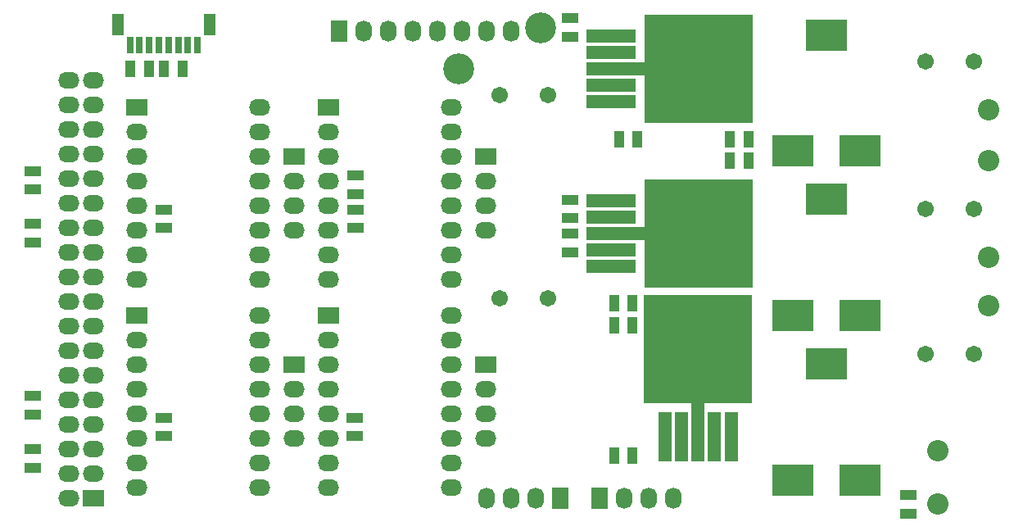
<source format=gts>
G04 Layer_Color=8388736*
%FSLAX44Y44*%
%MOMM*%
G71*
G01*
G75*
%ADD45R,1.8032X1.0032*%
%ADD46R,4.2032X3.2032*%
%ADD47R,1.0032X1.8032*%
%ADD48R,11.2032X11.2032*%
%ADD49R,1.4032X5.2032*%
%ADD50R,1.4032X8.2032*%
%ADD51R,11.2032X11.2032*%
%ADD52R,5.2032X1.4032*%
%ADD53R,8.2032X1.4032*%
%ADD54R,1.2032X2.2032*%
%ADD55R,0.8032X1.8032*%
%ADD56C,2.2032*%
%ADD57C,3.2032*%
%ADD58C,1.7032*%
%ADD59R,2.2032X1.7032*%
%ADD60O,2.2032X1.7032*%
%ADD61R,1.7032X2.2032*%
%ADD62O,1.7032X2.2032*%
D45*
X598000Y590500D02*
D03*
Y609500D02*
D03*
X1170000Y279500D02*
D03*
Y260500D02*
D03*
X265000Y614500D02*
D03*
Y595500D02*
D03*
Y559500D02*
D03*
Y540500D02*
D03*
Y327000D02*
D03*
Y308000D02*
D03*
Y382000D02*
D03*
Y363000D02*
D03*
X598000Y555500D02*
D03*
Y574500D02*
D03*
X820000Y549500D02*
D03*
Y530500D02*
D03*
Y584500D02*
D03*
Y565500D02*
D03*
Y772000D02*
D03*
Y753000D02*
D03*
X400000Y340500D02*
D03*
Y359500D02*
D03*
Y555500D02*
D03*
Y574500D02*
D03*
X597500Y340500D02*
D03*
Y359500D02*
D03*
D46*
X1120000Y295000D02*
D03*
X1050000D02*
D03*
X1085000Y415000D02*
D03*
Y585000D02*
D03*
X1050000Y465000D02*
D03*
X1120000D02*
D03*
Y635000D02*
D03*
X1050000D02*
D03*
X1085000Y755000D02*
D03*
D47*
X884500Y320000D02*
D03*
X865500D02*
D03*
X985500Y625000D02*
D03*
X1004500D02*
D03*
X985500Y647500D02*
D03*
X1004500D02*
D03*
X865500Y477500D02*
D03*
X884500D02*
D03*
X865500Y455000D02*
D03*
X884500D02*
D03*
X889500Y647500D02*
D03*
X870500D02*
D03*
X400500Y720000D02*
D03*
X419500D02*
D03*
X384500D02*
D03*
X365500D02*
D03*
D48*
X952500Y430250D02*
D03*
D49*
X986500Y339750D02*
D03*
X969500D02*
D03*
X935500D02*
D03*
X918500D02*
D03*
D50*
X952500Y354750D02*
D03*
D51*
X952750Y550000D02*
D03*
Y720000D02*
D03*
D52*
X862250Y516000D02*
D03*
Y533000D02*
D03*
Y567000D02*
D03*
Y584000D02*
D03*
Y686000D02*
D03*
Y703000D02*
D03*
Y737000D02*
D03*
Y754000D02*
D03*
D53*
X877250Y550000D02*
D03*
Y720000D02*
D03*
D54*
X447500Y765750D02*
D03*
X352500D02*
D03*
D55*
X435000Y744250D02*
D03*
X425000D02*
D03*
X415000D02*
D03*
X405000D02*
D03*
X395000D02*
D03*
X385000D02*
D03*
X375000D02*
D03*
X365000D02*
D03*
D56*
X1200000Y270000D02*
D03*
Y325000D02*
D03*
X1252500Y475000D02*
D03*
Y525000D02*
D03*
Y625000D02*
D03*
Y677500D02*
D03*
D57*
X790000Y762500D02*
D03*
X705000Y720000D02*
D03*
D58*
X1187500Y425000D02*
D03*
X1237500D02*
D03*
X1187500Y575000D02*
D03*
X1237500D02*
D03*
X1187500Y727500D02*
D03*
X1237500D02*
D03*
X797500Y482500D02*
D03*
X747500D02*
D03*
X797500Y692500D02*
D03*
X747500D02*
D03*
D59*
X535000Y414100D02*
D03*
X733000D02*
D03*
X535000Y629100D02*
D03*
X733000D02*
D03*
X570000Y465000D02*
D03*
Y680000D02*
D03*
X372500Y465000D02*
D03*
Y680000D02*
D03*
X327000Y276000D02*
D03*
D60*
X535000Y388700D02*
D03*
Y363300D02*
D03*
Y337900D02*
D03*
X733000Y388700D02*
D03*
Y363300D02*
D03*
Y337900D02*
D03*
X535000Y603700D02*
D03*
Y578300D02*
D03*
Y552900D02*
D03*
X733000Y603700D02*
D03*
Y578300D02*
D03*
Y552900D02*
D03*
X570000Y287200D02*
D03*
Y312600D02*
D03*
Y439600D02*
D03*
Y414200D02*
D03*
Y388800D02*
D03*
Y363400D02*
D03*
Y338000D02*
D03*
X697000D02*
D03*
Y363400D02*
D03*
Y388800D02*
D03*
Y414200D02*
D03*
Y439600D02*
D03*
Y465000D02*
D03*
Y312600D02*
D03*
Y287200D02*
D03*
Y502200D02*
D03*
Y527600D02*
D03*
Y680000D02*
D03*
Y654600D02*
D03*
Y629200D02*
D03*
Y603800D02*
D03*
Y578400D02*
D03*
Y553000D02*
D03*
X570000D02*
D03*
Y578400D02*
D03*
Y603800D02*
D03*
Y629200D02*
D03*
Y654600D02*
D03*
Y527600D02*
D03*
Y502200D02*
D03*
X499500Y287200D02*
D03*
Y312600D02*
D03*
Y465000D02*
D03*
Y439600D02*
D03*
Y414200D02*
D03*
Y388800D02*
D03*
Y363400D02*
D03*
Y338000D02*
D03*
X372500D02*
D03*
Y363400D02*
D03*
Y388800D02*
D03*
Y414200D02*
D03*
Y439600D02*
D03*
Y312600D02*
D03*
Y287200D02*
D03*
Y502200D02*
D03*
Y527600D02*
D03*
Y654600D02*
D03*
Y629200D02*
D03*
Y603800D02*
D03*
Y578400D02*
D03*
Y553000D02*
D03*
X499500D02*
D03*
Y578400D02*
D03*
Y603800D02*
D03*
Y629200D02*
D03*
Y654600D02*
D03*
Y680000D02*
D03*
Y527600D02*
D03*
Y502200D02*
D03*
X301600Y707800D02*
D03*
Y682400D02*
D03*
Y657000D02*
D03*
Y631600D02*
D03*
Y606200D02*
D03*
Y580800D02*
D03*
Y555400D02*
D03*
Y530000D02*
D03*
Y504600D02*
D03*
Y479200D02*
D03*
Y453800D02*
D03*
Y428400D02*
D03*
Y403000D02*
D03*
Y377600D02*
D03*
Y352200D02*
D03*
Y326800D02*
D03*
Y301400D02*
D03*
Y276000D02*
D03*
X327000Y707800D02*
D03*
Y682400D02*
D03*
Y657000D02*
D03*
Y631600D02*
D03*
Y606200D02*
D03*
Y580800D02*
D03*
Y555400D02*
D03*
Y530000D02*
D03*
Y504600D02*
D03*
Y479200D02*
D03*
Y453800D02*
D03*
Y428400D02*
D03*
Y403000D02*
D03*
Y377600D02*
D03*
Y352200D02*
D03*
Y326800D02*
D03*
Y301400D02*
D03*
D61*
X850240Y276000D02*
D03*
X809600D02*
D03*
X581000Y758600D02*
D03*
D62*
X875640Y276000D02*
D03*
X901040D02*
D03*
X926440D02*
D03*
X784200D02*
D03*
X758800D02*
D03*
X733400D02*
D03*
X758800Y758600D02*
D03*
X733400D02*
D03*
X606400D02*
D03*
X631800D02*
D03*
X657200D02*
D03*
X682600D02*
D03*
X708000D02*
D03*
M02*

</source>
